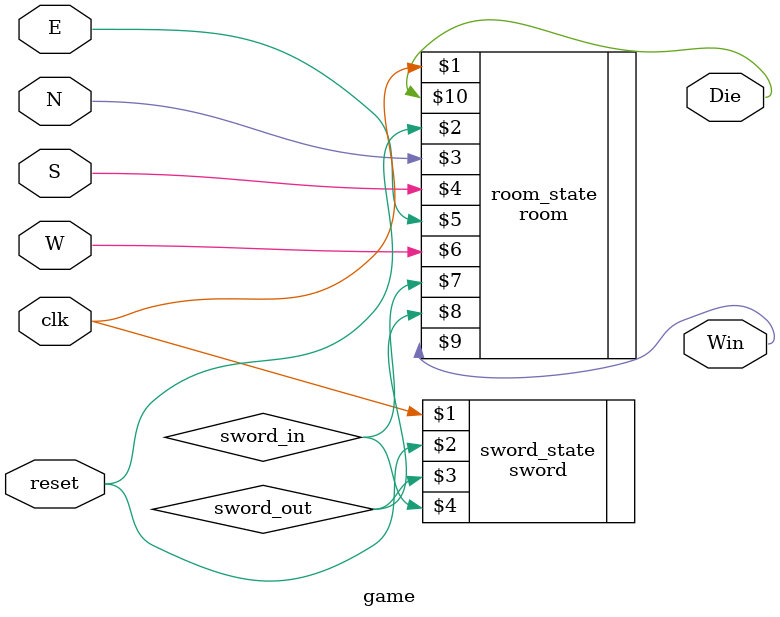
<source format=sv>
module game(input  logic clk, reset,
            input  logic N, S, E, W,
            output logic Win, Die);
				
logic sword_in, sword_out;

room room_state(clk, reset, N, S, E, W, sword_in, sword_out, Win, Die);

sword sword_state(clk, reset, sword_out, sword_in);
					
endmodule

</source>
